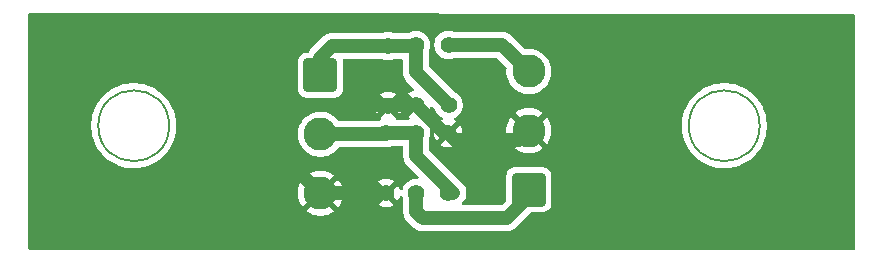
<source format=gbr>
G04 #@! TF.GenerationSoftware,KiCad,Pcbnew,9.0.4*
G04 #@! TF.CreationDate,2025-10-28T11:14:55-03:00*
G04 #@! TF.ProjectId,ACS_V_placa,4143535f-565f-4706-9c61-63612e6b6963,rev?*
G04 #@! TF.SameCoordinates,Original*
G04 #@! TF.FileFunction,Copper,L1,Top*
G04 #@! TF.FilePolarity,Positive*
%FSLAX46Y46*%
G04 Gerber Fmt 4.6, Leading zero omitted, Abs format (unit mm)*
G04 Created by KiCad (PCBNEW 9.0.4) date 2025-10-28 11:14:55*
%MOMM*%
%LPD*%
G01*
G04 APERTURE LIST*
G04 Aperture macros list*
%AMRoundRect*
0 Rectangle with rounded corners*
0 $1 Rounding radius*
0 $2 $3 $4 $5 $6 $7 $8 $9 X,Y pos of 4 corners*
0 Add a 4 corners polygon primitive as box body*
4,1,4,$2,$3,$4,$5,$6,$7,$8,$9,$2,$3,0*
0 Add four circle primitives for the rounded corners*
1,1,$1+$1,$2,$3*
1,1,$1+$1,$4,$5*
1,1,$1+$1,$6,$7*
1,1,$1+$1,$8,$9*
0 Add four rect primitives between the rounded corners*
20,1,$1+$1,$2,$3,$4,$5,0*
20,1,$1+$1,$4,$5,$6,$7,0*
20,1,$1+$1,$6,$7,$8,$9,0*
20,1,$1+$1,$8,$9,$2,$3,0*%
G04 Aperture macros list end*
G04 #@! TA.AperFunction,NonConductor*
%ADD10C,0.200000*%
G04 #@! TD*
G04 #@! TA.AperFunction,ComponentPad*
%ADD11C,1.400000*%
G04 #@! TD*
G04 #@! TA.AperFunction,ComponentPad*
%ADD12RoundRect,0.250001X1.149999X-1.149999X1.149999X1.149999X-1.149999X1.149999X-1.149999X-1.149999X0*%
G04 #@! TD*
G04 #@! TA.AperFunction,ComponentPad*
%ADD13C,2.800000*%
G04 #@! TD*
G04 #@! TA.AperFunction,ComponentPad*
%ADD14RoundRect,0.250001X-1.149999X1.149999X-1.149999X-1.149999X1.149999X-1.149999X1.149999X1.149999X0*%
G04 #@! TD*
G04 #@! TA.AperFunction,Conductor*
%ADD15C,1.200000*%
G04 #@! TD*
G04 APERTURE END LIST*
D10*
X171910000Y-27750000D02*
G75*
G02*
X165910000Y-27750000I-3000000J0D01*
G01*
X165910000Y-27750000D02*
G75*
G02*
X171910000Y-27750000I3000000J0D01*
G01*
X221910000Y-27750000D02*
G75*
G02*
X215910000Y-27750000I-3000000J0D01*
G01*
X215910000Y-27750000D02*
G75*
G02*
X221910000Y-27750000I3000000J0D01*
G01*
D11*
X190282500Y-28367500D03*
X190282500Y-33447500D03*
X195512500Y-33437500D03*
X195512500Y-28357500D03*
X192832500Y-33437500D03*
X192832500Y-28357500D03*
X195572500Y-20907500D03*
X195572500Y-25987500D03*
D12*
X202370000Y-33157500D03*
D13*
X202370000Y-28157500D03*
X202370000Y-23157500D03*
D14*
X184712500Y-23467500D03*
D13*
X184712500Y-28467500D03*
X184712500Y-33467500D03*
D11*
X190452500Y-20997500D03*
X190452500Y-26077500D03*
X192822500Y-20917500D03*
X192822500Y-25997500D03*
D15*
X192822500Y-25997500D02*
X190532500Y-25997500D01*
X184732500Y-33447500D02*
X184712500Y-33467500D01*
X183432500Y-25987500D02*
X181982500Y-27437500D01*
X192822500Y-25997500D02*
X195182500Y-28357500D01*
X190282500Y-33447500D02*
X184732500Y-33447500D01*
X201540000Y-28987500D02*
X196142500Y-28987500D01*
X202370000Y-28157500D02*
X201540000Y-28987500D01*
X181982500Y-27437500D02*
X181982500Y-30737500D01*
X195182500Y-28357500D02*
X195512500Y-28357500D01*
X190362500Y-25987500D02*
X183432500Y-25987500D01*
X190452500Y-26077500D02*
X190362500Y-25987500D01*
X181982500Y-30737500D02*
X184712500Y-33467500D01*
X190532500Y-25997500D02*
X190452500Y-26077500D01*
X196142500Y-28987500D02*
X195512500Y-28357500D01*
X195982500Y-33437500D02*
X192832500Y-30287500D01*
X184712500Y-28467500D02*
X190182500Y-28467500D01*
X192822500Y-28367500D02*
X192832500Y-28357500D01*
X192832500Y-30287500D02*
X192832500Y-28357500D01*
X190182500Y-28467500D02*
X190282500Y-28367500D01*
X190282500Y-28367500D02*
X192822500Y-28367500D01*
X185712500Y-20997500D02*
X190452500Y-20997500D01*
X192742500Y-20997500D02*
X192822500Y-20917500D01*
X184712500Y-23467500D02*
X184712500Y-21997500D01*
X192822500Y-20917500D02*
X192822500Y-23237500D01*
X184712500Y-21997500D02*
X185712500Y-20997500D01*
X190452500Y-20997500D02*
X192742500Y-20997500D01*
X192822500Y-23237500D02*
X195572500Y-25987500D01*
X202370000Y-23157500D02*
X200120000Y-20907500D01*
X200120000Y-20907500D02*
X195572500Y-20907500D01*
X192832500Y-35027500D02*
X192832500Y-33437500D01*
X202370000Y-33157500D02*
X202370000Y-33720000D01*
X193362500Y-35557500D02*
X192832500Y-35027500D01*
X200532500Y-35557500D02*
X193362500Y-35557500D01*
X202370000Y-33720000D02*
X200532500Y-35557500D01*
G04 #@! TA.AperFunction,Conductor*
G36*
X229856151Y-18259911D02*
G01*
X229923175Y-18279643D01*
X229968892Y-18332480D01*
X229980061Y-18383849D01*
X229989937Y-38115920D01*
X229970286Y-38182969D01*
X229917505Y-38228751D01*
X229865919Y-38239982D01*
X160103920Y-38230017D01*
X160036884Y-38210323D01*
X159991136Y-38157512D01*
X159979938Y-38106079D01*
X159978351Y-34928208D01*
X159977559Y-33342966D01*
X182812500Y-33342966D01*
X182812500Y-33592033D01*
X182845008Y-33838963D01*
X182909473Y-34079549D01*
X183004783Y-34309648D01*
X183004788Y-34309659D01*
X183129313Y-34525341D01*
X183129319Y-34525349D01*
X183203900Y-34622545D01*
X184111458Y-33714987D01*
X184136478Y-33775390D01*
X184207612Y-33881851D01*
X184298149Y-33972388D01*
X184404610Y-34043522D01*
X184465011Y-34068541D01*
X183557453Y-34976098D01*
X183654650Y-35050680D01*
X183654658Y-35050686D01*
X183870340Y-35175211D01*
X183870351Y-35175216D01*
X184100450Y-35270526D01*
X184341036Y-35334991D01*
X184587966Y-35367500D01*
X184837034Y-35367500D01*
X185083963Y-35334991D01*
X185324549Y-35270526D01*
X185554648Y-35175216D01*
X185554659Y-35175211D01*
X185770355Y-35050678D01*
X185867545Y-34976100D01*
X185867545Y-34976097D01*
X184959988Y-34068541D01*
X185020390Y-34043522D01*
X185126851Y-33972388D01*
X185217388Y-33881851D01*
X185288522Y-33775390D01*
X185313541Y-33714989D01*
X186221097Y-34622545D01*
X186221100Y-34622545D01*
X186295678Y-34525355D01*
X186336077Y-34455382D01*
X189628169Y-34455382D01*
X189628170Y-34455383D01*
X189653559Y-34473829D01*
X189821862Y-34559585D01*
X190001497Y-34617951D01*
X190188053Y-34647500D01*
X190376947Y-34647500D01*
X190563502Y-34617951D01*
X190743137Y-34559585D01*
X190911437Y-34473831D01*
X190936828Y-34455383D01*
X190936828Y-34455382D01*
X190282501Y-33801054D01*
X190282500Y-33801054D01*
X189628169Y-34455382D01*
X186336077Y-34455382D01*
X186399159Y-34346123D01*
X186420211Y-34309659D01*
X186420216Y-34309648D01*
X186515526Y-34079549D01*
X186579991Y-33838963D01*
X186612500Y-33592033D01*
X186612500Y-33353052D01*
X189082500Y-33353052D01*
X189082500Y-33541947D01*
X189112048Y-33728502D01*
X189170414Y-33908137D01*
X189256166Y-34076433D01*
X189274616Y-34101828D01*
X189928946Y-33447500D01*
X189928946Y-33447499D01*
X189882869Y-33401422D01*
X189932500Y-33401422D01*
X189932500Y-33493578D01*
X189956352Y-33582595D01*
X190002430Y-33662405D01*
X190067595Y-33727570D01*
X190147405Y-33773648D01*
X190236422Y-33797500D01*
X190328578Y-33797500D01*
X190417595Y-33773648D01*
X190497405Y-33727570D01*
X190562570Y-33662405D01*
X190608648Y-33582595D01*
X190632500Y-33493578D01*
X190632500Y-33401422D01*
X190608648Y-33312405D01*
X190562570Y-33232595D01*
X190497405Y-33167430D01*
X190417595Y-33121352D01*
X190328578Y-33097500D01*
X190236422Y-33097500D01*
X190147405Y-33121352D01*
X190067595Y-33167430D01*
X190002430Y-33232595D01*
X189956352Y-33312405D01*
X189932500Y-33401422D01*
X189882869Y-33401422D01*
X189274616Y-32793169D01*
X189274616Y-32793170D01*
X189256169Y-32818560D01*
X189170414Y-32986862D01*
X189112048Y-33166497D01*
X189082500Y-33353052D01*
X186612500Y-33353052D01*
X186612500Y-33342966D01*
X186579991Y-33096036D01*
X186515526Y-32855450D01*
X186420216Y-32625351D01*
X186420211Y-32625340D01*
X186376065Y-32548877D01*
X186376064Y-32548876D01*
X186312982Y-32439616D01*
X189628169Y-32439616D01*
X190282500Y-33093946D01*
X190282501Y-33093946D01*
X190936828Y-32439616D01*
X190911433Y-32421166D01*
X190743137Y-32335414D01*
X190563502Y-32277048D01*
X190376947Y-32247500D01*
X190188053Y-32247500D01*
X190001497Y-32277048D01*
X189821862Y-32335414D01*
X189653560Y-32421169D01*
X189628170Y-32439616D01*
X189628169Y-32439616D01*
X186312982Y-32439616D01*
X186295681Y-32409651D01*
X186295680Y-32409650D01*
X186221098Y-32312453D01*
X185313541Y-33220010D01*
X185288522Y-33159610D01*
X185217388Y-33053149D01*
X185126851Y-32962612D01*
X185020390Y-32891478D01*
X184959987Y-32866457D01*
X185867545Y-31958900D01*
X185770349Y-31884319D01*
X185770341Y-31884313D01*
X185554659Y-31759788D01*
X185554648Y-31759783D01*
X185324549Y-31664473D01*
X185083963Y-31600008D01*
X184837034Y-31567500D01*
X184587966Y-31567500D01*
X184341036Y-31600008D01*
X184100450Y-31664473D01*
X183870351Y-31759783D01*
X183870347Y-31759785D01*
X183654643Y-31884323D01*
X183557453Y-31958899D01*
X183557453Y-31958900D01*
X184465011Y-32866458D01*
X184404610Y-32891478D01*
X184298149Y-32962612D01*
X184207612Y-33053149D01*
X184136478Y-33159610D01*
X184111458Y-33220011D01*
X183203900Y-32312453D01*
X183203899Y-32312453D01*
X183129323Y-32409643D01*
X183004785Y-32625347D01*
X183004783Y-32625351D01*
X182909473Y-32855450D01*
X182845008Y-33096036D01*
X182812500Y-33342966D01*
X159977559Y-33342966D01*
X159977557Y-33338970D01*
X159976892Y-32006915D01*
X159975497Y-29215341D01*
X159974677Y-27573122D01*
X165309500Y-27573122D01*
X165309500Y-27926877D01*
X165344173Y-28278929D01*
X165344176Y-28278946D01*
X165413185Y-28625884D01*
X165413188Y-28625895D01*
X165515882Y-28964436D01*
X165651262Y-29291271D01*
X165651264Y-29291276D01*
X165818017Y-29603247D01*
X165818028Y-29603265D01*
X166014558Y-29897393D01*
X166014568Y-29897407D01*
X166238992Y-30170869D01*
X166489130Y-30421007D01*
X166489135Y-30421011D01*
X166489136Y-30421012D01*
X166762598Y-30645436D01*
X167056741Y-30841976D01*
X167056750Y-30841981D01*
X167056752Y-30841982D01*
X167368723Y-31008735D01*
X167368725Y-31008735D01*
X167368731Y-31008739D01*
X167695565Y-31144118D01*
X168034095Y-31246809D01*
X168034101Y-31246810D01*
X168034104Y-31246811D01*
X168034115Y-31246814D01*
X168251674Y-31290088D01*
X168381060Y-31315825D01*
X168733119Y-31350500D01*
X168733122Y-31350500D01*
X169086878Y-31350500D01*
X169086881Y-31350500D01*
X169438940Y-31315825D01*
X169610679Y-31281663D01*
X169785884Y-31246814D01*
X169785895Y-31246811D01*
X169785895Y-31246810D01*
X169785905Y-31246809D01*
X170124435Y-31144118D01*
X170451269Y-31008739D01*
X170763259Y-30841976D01*
X171057402Y-30645436D01*
X171330864Y-30421012D01*
X171581012Y-30170864D01*
X171805436Y-29897402D01*
X172001976Y-29603259D01*
X172168739Y-29291269D01*
X172304118Y-28964435D01*
X172406809Y-28625905D01*
X172406811Y-28625895D01*
X172406814Y-28625884D01*
X172463095Y-28342941D01*
X182812000Y-28342941D01*
X182812000Y-28592058D01*
X182812001Y-28592075D01*
X182844517Y-28839061D01*
X182908998Y-29079707D01*
X183004330Y-29309861D01*
X183004337Y-29309876D01*
X183128900Y-29525626D01*
X183280560Y-29723274D01*
X183280566Y-29723281D01*
X183456718Y-29899433D01*
X183456725Y-29899439D01*
X183654373Y-30051099D01*
X183870123Y-30175662D01*
X183870138Y-30175669D01*
X183931025Y-30200889D01*
X184100293Y-30271002D01*
X184340935Y-30335482D01*
X184587935Y-30368000D01*
X184587942Y-30368000D01*
X184837058Y-30368000D01*
X184837065Y-30368000D01*
X185084065Y-30335482D01*
X185324707Y-30271002D01*
X185554873Y-30175664D01*
X185770627Y-30051099D01*
X185968276Y-29899438D01*
X186144438Y-29723276D01*
X186226359Y-29616513D01*
X186282786Y-29575311D01*
X186324735Y-29568000D01*
X190376986Y-29568000D01*
X190563618Y-29538440D01*
X190576541Y-29534241D01*
X190743332Y-29480047D01*
X190743342Y-29480041D01*
X190747836Y-29478181D01*
X190748424Y-29479602D01*
X190796745Y-29468000D01*
X191608000Y-29468000D01*
X191675039Y-29487685D01*
X191720794Y-29540489D01*
X191732000Y-29592000D01*
X191732000Y-30200889D01*
X191732000Y-30374111D01*
X191759098Y-30545201D01*
X191812627Y-30709945D01*
X191891268Y-30864288D01*
X191993086Y-31004428D01*
X191993088Y-31004430D01*
X193013977Y-32025319D01*
X193047462Y-32086642D01*
X193042478Y-32156334D01*
X193000606Y-32212267D01*
X192935142Y-32236684D01*
X192926296Y-32237000D01*
X192738014Y-32237000D01*
X192551381Y-32266559D01*
X192371663Y-32324954D01*
X192203300Y-32410740D01*
X192116079Y-32474110D01*
X192050427Y-32521810D01*
X192050425Y-32521812D01*
X192050424Y-32521812D01*
X191916812Y-32655424D01*
X191916812Y-32655425D01*
X191916810Y-32655427D01*
X191869481Y-32720569D01*
X191805740Y-32808300D01*
X191719954Y-32976663D01*
X191673543Y-33119500D01*
X191634105Y-33177175D01*
X191569746Y-33204373D01*
X191500899Y-33192458D01*
X191449424Y-33145213D01*
X191437681Y-33119499D01*
X191394585Y-32986862D01*
X191308829Y-32818559D01*
X191290383Y-32793170D01*
X191290382Y-32793169D01*
X190636054Y-33447499D01*
X190636054Y-33447500D01*
X191290382Y-34101828D01*
X191290383Y-34101828D01*
X191308831Y-34076437D01*
X191394586Y-33908135D01*
X191440930Y-33765501D01*
X191458514Y-33739784D01*
X191474418Y-33713014D01*
X191478065Y-33711190D01*
X191480367Y-33707825D01*
X191509057Y-33695699D01*
X191536916Y-33681775D01*
X191540969Y-33682213D01*
X191544725Y-33680626D01*
X191575419Y-33685937D01*
X191606381Y-33689285D01*
X191609553Y-33691844D01*
X191613572Y-33692540D01*
X191636521Y-33713602D01*
X191660758Y-33733157D01*
X191663204Y-33738092D01*
X191665048Y-33739784D01*
X191676538Y-33764727D01*
X191676712Y-33765253D01*
X191719953Y-33898332D01*
X191722729Y-33903781D01*
X191725677Y-33912654D01*
X191726201Y-33927598D01*
X191732000Y-33951745D01*
X191732000Y-35114110D01*
X191756773Y-35270526D01*
X191759098Y-35285201D01*
X191812627Y-35449945D01*
X191891268Y-35604288D01*
X191993086Y-35744428D01*
X192645572Y-36396914D01*
X192785712Y-36498732D01*
X192858631Y-36535886D01*
X192940049Y-36577371D01*
X192940051Y-36577371D01*
X192940054Y-36577373D01*
X193104799Y-36630902D01*
X193275889Y-36658000D01*
X193275890Y-36658000D01*
X200619110Y-36658000D01*
X200619111Y-36658000D01*
X200790201Y-36630902D01*
X200954945Y-36577373D01*
X201109288Y-36498732D01*
X201249428Y-36396914D01*
X202552023Y-35094319D01*
X202613346Y-35060834D01*
X202639704Y-35058000D01*
X203570003Y-35058000D01*
X203570008Y-35058000D01*
X203672797Y-35047499D01*
X203839334Y-34992314D01*
X203988655Y-34900211D01*
X204112711Y-34776155D01*
X204204814Y-34626834D01*
X204259999Y-34460297D01*
X204270500Y-34357508D01*
X204270500Y-31957492D01*
X204259999Y-31854703D01*
X204204814Y-31688166D01*
X204112711Y-31538845D01*
X203988655Y-31414789D01*
X203988651Y-31414786D01*
X203839337Y-31322687D01*
X203839335Y-31322686D01*
X203756065Y-31295093D01*
X203672797Y-31267501D01*
X203672795Y-31267500D01*
X203570015Y-31257000D01*
X203570008Y-31257000D01*
X201169992Y-31257000D01*
X201169984Y-31257000D01*
X201067204Y-31267500D01*
X201067203Y-31267501D01*
X200900664Y-31322686D01*
X200900662Y-31322687D01*
X200751348Y-31414786D01*
X200751344Y-31414789D01*
X200627289Y-31538844D01*
X200627286Y-31538848D01*
X200535187Y-31688162D01*
X200535186Y-31688164D01*
X200480001Y-31854703D01*
X200480000Y-31854704D01*
X200469500Y-31957484D01*
X200469500Y-34012796D01*
X200449815Y-34079835D01*
X200433181Y-34100477D01*
X200112977Y-34420681D01*
X200051654Y-34454166D01*
X200025296Y-34457000D01*
X196818704Y-34457000D01*
X196751665Y-34437315D01*
X196705910Y-34384511D01*
X196695966Y-34315353D01*
X196724991Y-34251797D01*
X196731023Y-34245319D01*
X196756769Y-34219573D01*
X196821914Y-34154428D01*
X196923732Y-34014288D01*
X197002373Y-33859946D01*
X197055902Y-33695201D01*
X197083000Y-33524111D01*
X197083000Y-33350890D01*
X197083000Y-33350884D01*
X197055902Y-33179802D01*
X197055902Y-33179799D01*
X197002373Y-33015055D01*
X196923732Y-32860712D01*
X196821914Y-32720572D01*
X193969319Y-29867977D01*
X193935834Y-29806654D01*
X193933000Y-29780296D01*
X193933000Y-29365382D01*
X194858169Y-29365382D01*
X194858170Y-29365383D01*
X194883559Y-29383829D01*
X195051862Y-29469585D01*
X195231497Y-29527951D01*
X195418053Y-29557500D01*
X195606947Y-29557500D01*
X195793502Y-29527951D01*
X195878869Y-29500215D01*
X195973137Y-29469585D01*
X196141437Y-29383831D01*
X196166828Y-29365383D01*
X196166828Y-29365382D01*
X195512501Y-28711054D01*
X195512500Y-28711054D01*
X194858169Y-29365382D01*
X193933000Y-29365382D01*
X193933000Y-28871745D01*
X193944602Y-28823424D01*
X193943181Y-28822836D01*
X193945038Y-28818348D01*
X193945047Y-28818332D01*
X194003440Y-28638618D01*
X194014015Y-28571851D01*
X194033000Y-28451986D01*
X194033000Y-28263052D01*
X194312500Y-28263052D01*
X194312500Y-28451947D01*
X194342048Y-28638502D01*
X194400414Y-28818137D01*
X194486166Y-28986433D01*
X194504616Y-29011828D01*
X195158946Y-28357500D01*
X195158946Y-28357499D01*
X195112869Y-28311422D01*
X195162500Y-28311422D01*
X195162500Y-28403578D01*
X195186352Y-28492595D01*
X195232430Y-28572405D01*
X195297595Y-28637570D01*
X195377405Y-28683648D01*
X195466422Y-28707500D01*
X195558578Y-28707500D01*
X195647595Y-28683648D01*
X195727405Y-28637570D01*
X195792570Y-28572405D01*
X195838648Y-28492595D01*
X195862500Y-28403578D01*
X195862500Y-28357499D01*
X195866054Y-28357499D01*
X195866054Y-28357500D01*
X196520382Y-29011828D01*
X196520383Y-29011828D01*
X196538831Y-28986437D01*
X196624585Y-28818137D01*
X196682951Y-28638502D01*
X196712500Y-28451947D01*
X196712500Y-28263052D01*
X196682952Y-28076498D01*
X196679940Y-28067229D01*
X196679939Y-28067228D01*
X196679939Y-28067226D01*
X196668807Y-28032966D01*
X200470000Y-28032966D01*
X200470000Y-28282033D01*
X200502508Y-28528963D01*
X200566973Y-28769549D01*
X200662283Y-28999648D01*
X200662288Y-28999659D01*
X200786813Y-29215341D01*
X200786819Y-29215349D01*
X200861400Y-29312545D01*
X201768958Y-28404987D01*
X201793978Y-28465390D01*
X201865112Y-28571851D01*
X201955649Y-28662388D01*
X202062110Y-28733522D01*
X202122511Y-28758541D01*
X201214953Y-29666098D01*
X201312150Y-29740680D01*
X201312158Y-29740686D01*
X201527840Y-29865211D01*
X201527851Y-29865216D01*
X201757950Y-29960526D01*
X201998536Y-30024991D01*
X202245466Y-30057500D01*
X202494534Y-30057500D01*
X202741463Y-30024991D01*
X202982049Y-29960526D01*
X203212148Y-29865216D01*
X203212159Y-29865211D01*
X203427855Y-29740678D01*
X203525045Y-29666100D01*
X203525045Y-29666097D01*
X202617488Y-28758541D01*
X202677890Y-28733522D01*
X202784351Y-28662388D01*
X202874888Y-28571851D01*
X202946022Y-28465390D01*
X202971041Y-28404989D01*
X203878597Y-29312545D01*
X203878600Y-29312545D01*
X203953178Y-29215355D01*
X204077711Y-28999659D01*
X204077716Y-28999648D01*
X204173026Y-28769549D01*
X204237491Y-28528963D01*
X204270000Y-28282033D01*
X204270000Y-28032966D01*
X204237491Y-27786036D01*
X204188224Y-27602169D01*
X204188224Y-27602168D01*
X204180441Y-27573122D01*
X215309500Y-27573122D01*
X215309500Y-27926877D01*
X215344173Y-28278929D01*
X215344176Y-28278946D01*
X215413185Y-28625884D01*
X215413188Y-28625895D01*
X215515882Y-28964436D01*
X215651262Y-29291271D01*
X215651264Y-29291276D01*
X215818017Y-29603247D01*
X215818028Y-29603265D01*
X216014558Y-29897393D01*
X216014568Y-29897407D01*
X216238992Y-30170869D01*
X216489130Y-30421007D01*
X216489135Y-30421011D01*
X216489136Y-30421012D01*
X216762598Y-30645436D01*
X217056741Y-30841976D01*
X217056750Y-30841981D01*
X217056752Y-30841982D01*
X217368723Y-31008735D01*
X217368725Y-31008735D01*
X217368731Y-31008739D01*
X217695565Y-31144118D01*
X218034095Y-31246809D01*
X218034101Y-31246810D01*
X218034104Y-31246811D01*
X218034115Y-31246814D01*
X218251674Y-31290088D01*
X218381060Y-31315825D01*
X218733119Y-31350500D01*
X218733122Y-31350500D01*
X219086878Y-31350500D01*
X219086881Y-31350500D01*
X219438940Y-31315825D01*
X219610679Y-31281663D01*
X219785884Y-31246814D01*
X219785895Y-31246811D01*
X219785895Y-31246810D01*
X219785905Y-31246809D01*
X220124435Y-31144118D01*
X220451269Y-31008739D01*
X220763259Y-30841976D01*
X221057402Y-30645436D01*
X221330864Y-30421012D01*
X221581012Y-30170864D01*
X221805436Y-29897402D01*
X222001976Y-29603259D01*
X222168739Y-29291269D01*
X222304118Y-28964435D01*
X222406809Y-28625905D01*
X222406811Y-28625895D01*
X222406814Y-28625884D01*
X222447600Y-28420834D01*
X222475825Y-28278940D01*
X222510500Y-27926881D01*
X222510500Y-27573119D01*
X222475825Y-27221060D01*
X222432924Y-27005382D01*
X222406814Y-26874115D01*
X222406811Y-26874104D01*
X222406810Y-26874101D01*
X222406809Y-26874095D01*
X222304118Y-26535565D01*
X222168739Y-26208731D01*
X222155780Y-26184487D01*
X222001982Y-25896752D01*
X222001981Y-25896750D01*
X222001976Y-25896741D01*
X221805436Y-25602598D01*
X221581012Y-25329136D01*
X221581011Y-25329135D01*
X221581007Y-25329130D01*
X221330869Y-25078992D01*
X221057407Y-24854568D01*
X221057406Y-24854567D01*
X221057402Y-24854564D01*
X220763259Y-24658024D01*
X220763254Y-24658021D01*
X220763247Y-24658017D01*
X220451276Y-24491264D01*
X220451271Y-24491262D01*
X220124436Y-24355882D01*
X219785895Y-24253188D01*
X219785884Y-24253185D01*
X219438946Y-24184176D01*
X219438929Y-24184173D01*
X219172700Y-24157952D01*
X219086881Y-24149500D01*
X218733119Y-24149500D01*
X218653748Y-24157317D01*
X218381070Y-24184173D01*
X218381053Y-24184176D01*
X218034115Y-24253185D01*
X218034104Y-24253188D01*
X217695563Y-24355882D01*
X217368728Y-24491262D01*
X217368723Y-24491264D01*
X217056752Y-24658017D01*
X217056734Y-24658028D01*
X216762606Y-24854558D01*
X216762592Y-24854568D01*
X216489130Y-25078992D01*
X216238992Y-25329130D01*
X216014568Y-25602592D01*
X216014558Y-25602606D01*
X215818028Y-25896734D01*
X215818017Y-25896752D01*
X215651264Y-26208723D01*
X215651262Y-26208728D01*
X215515882Y-26535563D01*
X215413188Y-26874104D01*
X215413185Y-26874115D01*
X215344176Y-27221053D01*
X215344173Y-27221070D01*
X215309500Y-27573122D01*
X204180441Y-27573122D01*
X204173027Y-27545452D01*
X204077716Y-27315351D01*
X204077711Y-27315340D01*
X203953186Y-27099658D01*
X203953180Y-27099650D01*
X203878598Y-27002453D01*
X202971041Y-27910010D01*
X202946022Y-27849610D01*
X202874888Y-27743149D01*
X202784351Y-27652612D01*
X202677890Y-27581478D01*
X202617487Y-27556457D01*
X203525045Y-26648900D01*
X203427849Y-26574319D01*
X203427841Y-26574313D01*
X203212159Y-26449788D01*
X203212148Y-26449783D01*
X202982049Y-26354473D01*
X202741463Y-26290008D01*
X202494534Y-26257500D01*
X202245466Y-26257500D01*
X201998536Y-26290008D01*
X201757950Y-26354473D01*
X201527851Y-26449783D01*
X201527847Y-26449785D01*
X201312143Y-26574323D01*
X201214953Y-26648899D01*
X201214953Y-26648900D01*
X202122511Y-27556458D01*
X202062110Y-27581478D01*
X201955649Y-27652612D01*
X201865112Y-27743149D01*
X201793978Y-27849610D01*
X201768958Y-27910011D01*
X200861400Y-27002453D01*
X200861399Y-27002453D01*
X200786823Y-27099643D01*
X200662285Y-27315347D01*
X200662283Y-27315351D01*
X200566973Y-27545450D01*
X200502508Y-27786036D01*
X200470000Y-28032966D01*
X196668807Y-28032966D01*
X196624585Y-27896862D01*
X196538829Y-27728559D01*
X196520383Y-27703170D01*
X196520382Y-27703169D01*
X195866054Y-28357499D01*
X195862500Y-28357499D01*
X195862500Y-28311422D01*
X195838648Y-28222405D01*
X195792570Y-28142595D01*
X195727405Y-28077430D01*
X195647595Y-28031352D01*
X195558578Y-28007500D01*
X195466422Y-28007500D01*
X195377405Y-28031352D01*
X195297595Y-28077430D01*
X195232430Y-28142595D01*
X195186352Y-28222405D01*
X195162500Y-28311422D01*
X195112869Y-28311422D01*
X194504616Y-27703169D01*
X194504616Y-27703170D01*
X194486169Y-27728560D01*
X194400414Y-27896862D01*
X194342048Y-28076497D01*
X194312500Y-28263052D01*
X194033000Y-28263052D01*
X194033000Y-28263013D01*
X194003440Y-28076381D01*
X193954864Y-27926881D01*
X193945047Y-27896668D01*
X193945045Y-27896665D01*
X193945045Y-27896663D01*
X193866825Y-27743149D01*
X193859260Y-27728301D01*
X193748190Y-27575427D01*
X193614573Y-27441810D01*
X193461699Y-27330740D01*
X193437649Y-27318486D01*
X193372236Y-27285156D01*
X193321440Y-27237181D01*
X193304645Y-27169360D01*
X193327183Y-27103225D01*
X193372237Y-27064186D01*
X193451434Y-27023833D01*
X193451435Y-27023833D01*
X193476828Y-27005383D01*
X193476828Y-27005382D01*
X192822501Y-26351054D01*
X192822500Y-26351054D01*
X192168169Y-27005382D01*
X192168170Y-27005383D01*
X192193561Y-27023831D01*
X192210605Y-27032516D01*
X192261401Y-27080491D01*
X192278195Y-27148312D01*
X192255657Y-27214447D01*
X192200941Y-27257898D01*
X192154309Y-27267000D01*
X191226678Y-27267000D01*
X191159639Y-27247315D01*
X191113884Y-27194511D01*
X191103060Y-27133272D01*
X191106828Y-27085382D01*
X190452501Y-26431054D01*
X190452500Y-26431054D01*
X189798169Y-27085382D01*
X189798979Y-27095667D01*
X189803680Y-27102130D01*
X189824001Y-27128483D01*
X189824155Y-27130276D01*
X189825214Y-27131732D01*
X189827133Y-27164953D01*
X189829980Y-27198097D01*
X189829140Y-27199688D01*
X189829244Y-27201485D01*
X189812903Y-27230460D01*
X189797374Y-27259892D01*
X189795524Y-27261277D01*
X189794923Y-27262344D01*
X189776185Y-27275763D01*
X189766382Y-27283106D01*
X189765506Y-27283568D01*
X189653301Y-27340740D01*
X189642608Y-27348508D01*
X189634799Y-27352635D01*
X189608872Y-27357904D01*
X189583948Y-27366798D01*
X189576867Y-27367000D01*
X186324735Y-27367000D01*
X186257696Y-27347315D01*
X186226359Y-27318486D01*
X186144439Y-27211725D01*
X186144433Y-27211718D01*
X185968281Y-27035566D01*
X185968274Y-27035560D01*
X185770626Y-26883900D01*
X185554876Y-26759337D01*
X185554861Y-26759330D01*
X185324707Y-26663998D01*
X185175302Y-26623965D01*
X185084065Y-26599518D01*
X185084064Y-26599517D01*
X185084061Y-26599517D01*
X184837075Y-26567001D01*
X184837070Y-26567000D01*
X184837065Y-26567000D01*
X184587935Y-26567000D01*
X184587929Y-26567000D01*
X184587924Y-26567001D01*
X184340938Y-26599517D01*
X184100292Y-26663998D01*
X183870138Y-26759330D01*
X183870123Y-26759337D01*
X183654373Y-26883900D01*
X183456725Y-27035560D01*
X183456718Y-27035566D01*
X183280566Y-27211718D01*
X183280560Y-27211725D01*
X183128900Y-27409373D01*
X183004337Y-27625123D01*
X183004330Y-27625138D01*
X182908998Y-27855292D01*
X182844517Y-28095938D01*
X182812001Y-28342924D01*
X182812000Y-28342941D01*
X172463095Y-28342941D01*
X172468715Y-28314685D01*
X172468715Y-28314684D01*
X172469364Y-28311422D01*
X172475825Y-28278940D01*
X172510500Y-27926881D01*
X172510500Y-27573119D01*
X172475825Y-27221060D01*
X172432924Y-27005382D01*
X172406814Y-26874115D01*
X172406811Y-26874104D01*
X172406810Y-26874101D01*
X172406809Y-26874095D01*
X172304118Y-26535565D01*
X172168739Y-26208731D01*
X172168735Y-26208723D01*
X172076755Y-26036641D01*
X172076754Y-26036640D01*
X172055833Y-25997500D01*
X172048110Y-25983052D01*
X189252500Y-25983052D01*
X189252500Y-26171947D01*
X189282048Y-26358502D01*
X189340414Y-26538137D01*
X189426166Y-26706433D01*
X189444616Y-26731828D01*
X190098946Y-26077500D01*
X190098946Y-26077499D01*
X190052869Y-26031422D01*
X190102500Y-26031422D01*
X190102500Y-26123578D01*
X190126352Y-26212595D01*
X190172430Y-26292405D01*
X190237595Y-26357570D01*
X190317405Y-26403648D01*
X190406422Y-26427500D01*
X190498578Y-26427500D01*
X190587595Y-26403648D01*
X190667405Y-26357570D01*
X190732570Y-26292405D01*
X190778648Y-26212595D01*
X190802500Y-26123578D01*
X190802500Y-26077499D01*
X190806054Y-26077499D01*
X190806054Y-26077500D01*
X191460382Y-26731828D01*
X191460383Y-26731828D01*
X191478831Y-26706437D01*
X191547396Y-26571873D01*
X191595371Y-26521077D01*
X191663192Y-26504282D01*
X191729327Y-26526820D01*
X191768366Y-26571873D01*
X191796166Y-26626432D01*
X191814616Y-26651828D01*
X192468946Y-25997500D01*
X192468946Y-25997499D01*
X191814616Y-25343169D01*
X191814616Y-25343170D01*
X191796168Y-25368563D01*
X191727602Y-25503128D01*
X191679627Y-25553923D01*
X191611806Y-25570718D01*
X191545671Y-25548180D01*
X191506633Y-25503126D01*
X191478831Y-25448561D01*
X191460383Y-25423170D01*
X191460382Y-25423169D01*
X190806054Y-26077499D01*
X190802500Y-26077499D01*
X190802500Y-26031422D01*
X190778648Y-25942405D01*
X190732570Y-25862595D01*
X190667405Y-25797430D01*
X190587595Y-25751352D01*
X190498578Y-25727500D01*
X190406422Y-25727500D01*
X190317405Y-25751352D01*
X190237595Y-25797430D01*
X190172430Y-25862595D01*
X190126352Y-25942405D01*
X190102500Y-26031422D01*
X190052869Y-26031422D01*
X189444616Y-25423169D01*
X189444616Y-25423170D01*
X189426169Y-25448560D01*
X189340414Y-25616862D01*
X189282048Y-25796497D01*
X189252500Y-25983052D01*
X172048110Y-25983052D01*
X172001976Y-25896741D01*
X171805436Y-25602598D01*
X171581012Y-25329136D01*
X171581011Y-25329135D01*
X171581007Y-25329130D01*
X171330869Y-25078992D01*
X171057407Y-24854568D01*
X171057406Y-24854567D01*
X171057402Y-24854564D01*
X170763259Y-24658024D01*
X170763254Y-24658021D01*
X170763247Y-24658017D01*
X170451276Y-24491264D01*
X170451271Y-24491262D01*
X170124436Y-24355882D01*
X169785895Y-24253188D01*
X169785884Y-24253185D01*
X169438946Y-24184176D01*
X169438929Y-24184173D01*
X169172700Y-24157952D01*
X169086881Y-24149500D01*
X168733119Y-24149500D01*
X168653748Y-24157317D01*
X168381070Y-24184173D01*
X168381053Y-24184176D01*
X168034115Y-24253185D01*
X168034104Y-24253188D01*
X167695563Y-24355882D01*
X167368728Y-24491262D01*
X167368723Y-24491264D01*
X167056752Y-24658017D01*
X167056734Y-24658028D01*
X166762606Y-24854558D01*
X166762592Y-24854568D01*
X166489130Y-25078992D01*
X166238992Y-25329130D01*
X166014568Y-25602592D01*
X166014558Y-25602606D01*
X165818028Y-25896734D01*
X165818017Y-25896752D01*
X165651264Y-26208723D01*
X165651262Y-26208728D01*
X165515882Y-26535563D01*
X165413188Y-26874104D01*
X165413185Y-26874115D01*
X165344176Y-27221053D01*
X165344173Y-27221070D01*
X165309500Y-27573122D01*
X159974677Y-27573122D01*
X159972027Y-22267484D01*
X182812000Y-22267484D01*
X182812000Y-24667515D01*
X182822500Y-24770295D01*
X182822501Y-24770297D01*
X182847487Y-24845701D01*
X182877686Y-24936835D01*
X182877687Y-24936837D01*
X182969786Y-25086151D01*
X182969789Y-25086155D01*
X183093844Y-25210210D01*
X183093848Y-25210213D01*
X183243162Y-25302312D01*
X183243164Y-25302313D01*
X183243166Y-25302314D01*
X183409703Y-25357499D01*
X183512492Y-25368000D01*
X183512497Y-25368000D01*
X185912503Y-25368000D01*
X185912508Y-25368000D01*
X186015297Y-25357499D01*
X186181834Y-25302314D01*
X186331155Y-25210211D01*
X186455211Y-25086155D01*
X186465412Y-25069616D01*
X189798169Y-25069616D01*
X190452500Y-25723946D01*
X190452501Y-25723946D01*
X191106828Y-25069616D01*
X191081433Y-25051166D01*
X190913137Y-24965414D01*
X190733502Y-24907048D01*
X190546947Y-24877500D01*
X190358053Y-24877500D01*
X190171497Y-24907048D01*
X189991862Y-24965414D01*
X189823560Y-25051169D01*
X189798170Y-25069616D01*
X189798169Y-25069616D01*
X186465412Y-25069616D01*
X186547314Y-24936834D01*
X186602499Y-24770297D01*
X186613000Y-24667508D01*
X186613000Y-22267492D01*
X186609640Y-22234602D01*
X186622409Y-22165910D01*
X186670289Y-22115025D01*
X186732998Y-22098000D01*
X189938255Y-22098000D01*
X189986575Y-22109602D01*
X189987164Y-22108181D01*
X189991661Y-22110043D01*
X189991668Y-22110047D01*
X190112988Y-22149466D01*
X190171381Y-22168440D01*
X190358014Y-22198000D01*
X190358019Y-22198000D01*
X190546986Y-22198000D01*
X190733618Y-22168440D01*
X190745119Y-22164703D01*
X190913332Y-22110047D01*
X190913342Y-22110041D01*
X190917836Y-22108181D01*
X190918424Y-22109602D01*
X190966745Y-22098000D01*
X191598000Y-22098000D01*
X191665039Y-22117685D01*
X191710794Y-22170489D01*
X191722000Y-22222000D01*
X191722000Y-23150889D01*
X191722000Y-23324111D01*
X191749098Y-23495201D01*
X191802627Y-23659945D01*
X191881268Y-23814288D01*
X191983086Y-23954428D01*
X191983088Y-23954430D01*
X192640660Y-24612002D01*
X192674145Y-24673325D01*
X192669161Y-24743017D01*
X192627289Y-24798950D01*
X192572381Y-24822156D01*
X192541495Y-24827048D01*
X192361862Y-24885414D01*
X192193560Y-24971169D01*
X192168170Y-24989616D01*
X192168169Y-24989616D01*
X192826054Y-25647500D01*
X192776422Y-25647500D01*
X192687405Y-25671352D01*
X192607595Y-25717430D01*
X192542430Y-25782595D01*
X192496352Y-25862405D01*
X192472500Y-25951422D01*
X192472500Y-26043578D01*
X192496352Y-26132595D01*
X192542430Y-26212405D01*
X192607595Y-26277570D01*
X192687405Y-26323648D01*
X192776422Y-26347500D01*
X192868578Y-26347500D01*
X192957595Y-26323648D01*
X193037405Y-26277570D01*
X193102570Y-26212405D01*
X193148648Y-26132595D01*
X193172500Y-26043578D01*
X193172500Y-25993946D01*
X193830382Y-26651828D01*
X193830383Y-26651828D01*
X193848831Y-26626437D01*
X193934585Y-26458137D01*
X193992951Y-26278502D01*
X193997843Y-26247622D01*
X194027772Y-26184487D01*
X194087084Y-26147556D01*
X194156947Y-26148554D01*
X194207997Y-26179339D01*
X194430701Y-26402043D01*
X194456670Y-26444407D01*
X194458084Y-26443822D01*
X194459949Y-26448324D01*
X194545738Y-26616697D01*
X194571263Y-26651828D01*
X194656810Y-26769573D01*
X194790427Y-26903190D01*
X194905082Y-26986492D01*
X194943302Y-27014261D01*
X195007575Y-27047009D01*
X195058371Y-27094983D01*
X195075167Y-27162804D01*
X195052630Y-27228939D01*
X195007577Y-27267978D01*
X194883563Y-27331168D01*
X194858170Y-27349616D01*
X194858169Y-27349616D01*
X195512500Y-28003946D01*
X195512501Y-28003946D01*
X196166828Y-27349616D01*
X196141433Y-27331166D01*
X196077423Y-27298551D01*
X196026627Y-27250576D01*
X196009832Y-27182755D01*
X196032370Y-27116620D01*
X196077424Y-27077581D01*
X196201697Y-27014261D01*
X196201696Y-27014261D01*
X196201699Y-27014260D01*
X196354573Y-26903190D01*
X196488190Y-26769573D01*
X196599260Y-26616699D01*
X196685047Y-26448332D01*
X196743440Y-26268618D01*
X196752926Y-26208728D01*
X196773000Y-26081986D01*
X196773000Y-25893013D01*
X196743440Y-25706381D01*
X196699360Y-25570718D01*
X196685047Y-25526668D01*
X196685045Y-25526665D01*
X196685045Y-25526663D01*
X196612161Y-25383621D01*
X196599260Y-25358301D01*
X196488190Y-25205427D01*
X196354573Y-25071810D01*
X196278136Y-25016275D01*
X196201697Y-24960738D01*
X196033324Y-24874949D01*
X196028822Y-24873084D01*
X196029407Y-24871670D01*
X195987043Y-24845701D01*
X193959319Y-22817977D01*
X193925834Y-22756654D01*
X193923000Y-22730296D01*
X193923000Y-21431745D01*
X193934602Y-21383424D01*
X193933181Y-21382836D01*
X193935038Y-21378348D01*
X193935047Y-21378332D01*
X193993440Y-21198618D01*
X193999860Y-21158086D01*
X194023000Y-21011986D01*
X194023000Y-20823012D01*
X194022999Y-20823011D01*
X194021415Y-20813013D01*
X194372000Y-20813013D01*
X194372000Y-21001986D01*
X194401559Y-21188618D01*
X194459954Y-21368336D01*
X194526682Y-21499295D01*
X194545740Y-21536699D01*
X194656810Y-21689573D01*
X194790427Y-21823190D01*
X194943301Y-21934260D01*
X195022847Y-21974790D01*
X195111663Y-22020045D01*
X195111665Y-22020045D01*
X195111668Y-22020047D01*
X195186369Y-22044319D01*
X195291381Y-22078440D01*
X195478014Y-22108000D01*
X195478019Y-22108000D01*
X195666986Y-22108000D01*
X195853618Y-22078440D01*
X196033332Y-22020047D01*
X196033342Y-22020041D01*
X196037836Y-22018181D01*
X196038424Y-22019602D01*
X196086745Y-22008000D01*
X199612796Y-22008000D01*
X199679835Y-22027685D01*
X199700477Y-22044319D01*
X200451806Y-22795648D01*
X200485291Y-22856971D01*
X200487064Y-22899513D01*
X200469500Y-23032933D01*
X200469500Y-23282058D01*
X200469501Y-23282075D01*
X200502017Y-23529061D01*
X200566498Y-23769707D01*
X200661830Y-23999861D01*
X200661837Y-23999876D01*
X200786400Y-24215626D01*
X200938060Y-24413274D01*
X200938066Y-24413281D01*
X201114218Y-24589433D01*
X201114225Y-24589439D01*
X201311873Y-24741099D01*
X201527623Y-24865662D01*
X201527638Y-24865669D01*
X201626825Y-24906753D01*
X201757793Y-24961002D01*
X201998435Y-25025482D01*
X202245435Y-25058000D01*
X202245442Y-25058000D01*
X202494558Y-25058000D01*
X202494565Y-25058000D01*
X202741565Y-25025482D01*
X202982207Y-24961002D01*
X203212373Y-24865664D01*
X203428127Y-24741099D01*
X203625776Y-24589438D01*
X203801938Y-24413276D01*
X203953599Y-24215627D01*
X204078164Y-23999873D01*
X204173502Y-23769707D01*
X204237982Y-23529065D01*
X204270500Y-23282065D01*
X204270500Y-23032935D01*
X204237982Y-22785935D01*
X204173502Y-22545293D01*
X204078164Y-22315127D01*
X204050657Y-22267484D01*
X203953599Y-22099373D01*
X203801939Y-21901725D01*
X203801933Y-21901718D01*
X203625781Y-21725566D01*
X203625774Y-21725560D01*
X203428126Y-21573900D01*
X203212376Y-21449337D01*
X203212361Y-21449330D01*
X202982207Y-21353998D01*
X202741561Y-21289517D01*
X202494575Y-21257001D01*
X202494570Y-21257000D01*
X202494565Y-21257000D01*
X202245435Y-21257000D01*
X202245433Y-21257000D01*
X202112013Y-21274564D01*
X202042978Y-21263798D01*
X202008148Y-21239306D01*
X200836930Y-20068088D01*
X200836928Y-20068086D01*
X200696788Y-19966268D01*
X200542445Y-19887627D01*
X200377701Y-19834098D01*
X200377699Y-19834097D01*
X200377698Y-19834097D01*
X200246271Y-19813281D01*
X200206611Y-19807000D01*
X200206610Y-19807000D01*
X196086745Y-19807000D01*
X196038424Y-19795397D01*
X196037836Y-19796819D01*
X196033332Y-19794953D01*
X195853618Y-19736559D01*
X195666986Y-19707000D01*
X195666981Y-19707000D01*
X195478019Y-19707000D01*
X195478014Y-19707000D01*
X195291381Y-19736559D01*
X195111663Y-19794954D01*
X194943300Y-19880740D01*
X194883627Y-19924096D01*
X194790427Y-19991810D01*
X194790425Y-19991812D01*
X194790424Y-19991812D01*
X194656812Y-20125424D01*
X194656812Y-20125425D01*
X194656810Y-20125427D01*
X194609110Y-20191079D01*
X194545740Y-20278300D01*
X194459954Y-20446663D01*
X194401559Y-20626381D01*
X194372000Y-20813013D01*
X194021415Y-20813013D01*
X193993440Y-20636381D01*
X193935045Y-20456663D01*
X193849259Y-20288300D01*
X193738190Y-20135427D01*
X193604573Y-20001810D01*
X193451699Y-19890740D01*
X193432073Y-19880740D01*
X193283336Y-19804954D01*
X193103618Y-19746559D01*
X192916986Y-19717000D01*
X192916981Y-19717000D01*
X192728019Y-19717000D01*
X192728014Y-19717000D01*
X192541381Y-19746559D01*
X192361663Y-19804954D01*
X192207540Y-19883485D01*
X192151245Y-19897000D01*
X190966745Y-19897000D01*
X190918424Y-19885397D01*
X190917836Y-19886819D01*
X190913332Y-19884953D01*
X190733618Y-19826559D01*
X190546986Y-19797000D01*
X190546981Y-19797000D01*
X190358019Y-19797000D01*
X190358014Y-19797000D01*
X190171381Y-19826559D01*
X189991667Y-19884953D01*
X189987164Y-19886819D01*
X189986575Y-19885397D01*
X189938255Y-19897000D01*
X185625885Y-19897000D01*
X185602493Y-19900704D01*
X185454804Y-19924096D01*
X185454802Y-19924096D01*
X185454799Y-19924097D01*
X185372427Y-19950862D01*
X185290050Y-19977628D01*
X185135711Y-20056268D01*
X185119443Y-20068088D01*
X185040523Y-20125427D01*
X185040522Y-20125428D01*
X184995576Y-20158081D01*
X183873088Y-21280569D01*
X183873088Y-21280570D01*
X183873086Y-21280572D01*
X183829359Y-21340756D01*
X183771268Y-21420711D01*
X183731228Y-21499295D01*
X183683253Y-21550091D01*
X183620743Y-21567000D01*
X183512484Y-21567000D01*
X183409704Y-21577500D01*
X183409703Y-21577501D01*
X183243164Y-21632686D01*
X183243162Y-21632687D01*
X183093848Y-21724786D01*
X183093844Y-21724789D01*
X182969789Y-21848844D01*
X182969786Y-21848848D01*
X182877687Y-21998162D01*
X182877686Y-21998164D01*
X182822501Y-22164703D01*
X182822500Y-22164704D01*
X182812000Y-22267484D01*
X159972027Y-22267484D01*
X159970062Y-18334149D01*
X159989713Y-18267101D01*
X160042494Y-18221319D01*
X160094147Y-18210088D01*
X229856151Y-18259911D01*
G37*
G04 #@! TD.AperFunction*
M02*

</source>
